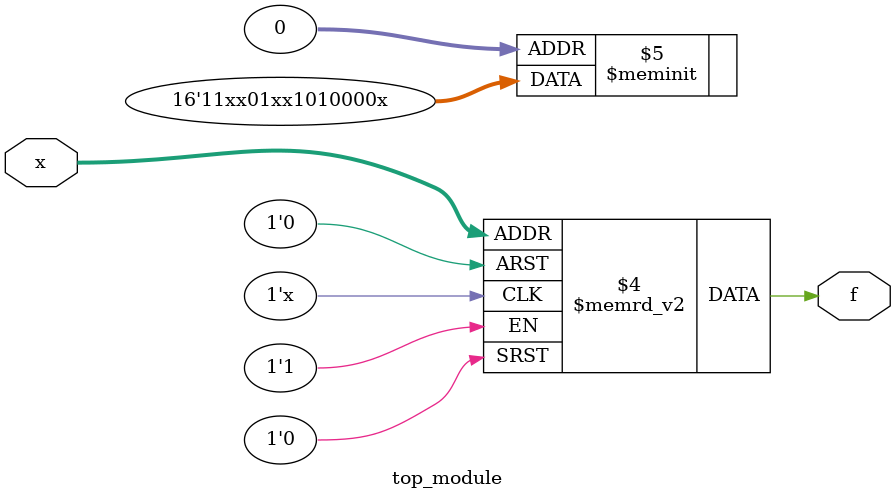
<source format=sv>
module top_module (
    input [4:1] x,
    output logic f
);
    always_comb begin
        case (x)
            4'b0001, 4'b0010, 4'b0011, 4'b0110, 4'b0100, 4'b1011: f = 0; // Combine all cases where output is 0
            4'b0101, 4'b0111, 4'b1111, 4'b1110, 4'b1010: f = 1; // Combine all cases where output is 1
            default: f = 1'bx; // For don't-care conditions, can be set to 'x'
        endcase
    end
endmodule

</source>
